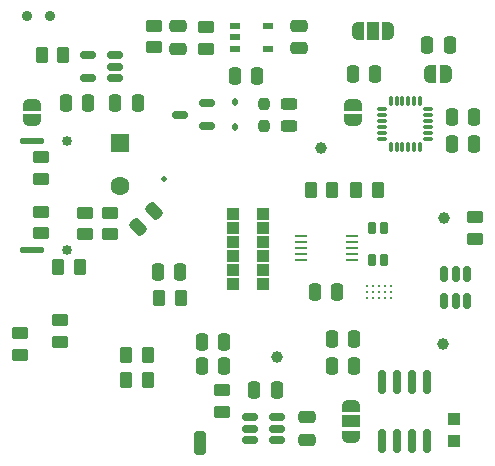
<source format=gbr>
%TF.GenerationSoftware,KiCad,Pcbnew,8.0.4*%
%TF.CreationDate,2024-09-26T12:10:35+10:00*%
%TF.ProjectId,OuchButtonV2,4f756368-4275-4747-946f-6e56322e6b69,rev?*%
%TF.SameCoordinates,Original*%
%TF.FileFunction,Soldermask,Bot*%
%TF.FilePolarity,Negative*%
%FSLAX46Y46*%
G04 Gerber Fmt 4.6, Leading zero omitted, Abs format (unit mm)*
G04 Created by KiCad (PCBNEW 8.0.4) date 2024-09-26 12:10:35*
%MOMM*%
%LPD*%
G01*
G04 APERTURE LIST*
G04 Aperture macros list*
%AMRoundRect*
0 Rectangle with rounded corners*
0 $1 Rounding radius*
0 $2 $3 $4 $5 $6 $7 $8 $9 X,Y pos of 4 corners*
0 Add a 4 corners polygon primitive as box body*
4,1,4,$2,$3,$4,$5,$6,$7,$8,$9,$2,$3,0*
0 Add four circle primitives for the rounded corners*
1,1,$1+$1,$2,$3*
1,1,$1+$1,$4,$5*
1,1,$1+$1,$6,$7*
1,1,$1+$1,$8,$9*
0 Add four rect primitives between the rounded corners*
20,1,$1+$1,$2,$3,$4,$5,0*
20,1,$1+$1,$4,$5,$6,$7,0*
20,1,$1+$1,$6,$7,$8,$9,0*
20,1,$1+$1,$8,$9,$2,$3,0*%
%AMFreePoly0*
4,1,19,0.500000,-0.750000,0.000000,-0.750000,0.000000,-0.744911,-0.071157,-0.744911,-0.207708,-0.704816,-0.327430,-0.627875,-0.420627,-0.520320,-0.479746,-0.390866,-0.500000,-0.250000,-0.500000,0.250000,-0.479746,0.390866,-0.420627,0.520320,-0.327430,0.627875,-0.207708,0.704816,-0.071157,0.744911,0.000000,0.744911,0.000000,0.750000,0.500000,0.750000,0.500000,-0.750000,0.500000,-0.750000,
$1*%
%AMFreePoly1*
4,1,19,0.000000,0.744911,0.071157,0.744911,0.207708,0.704816,0.327430,0.627875,0.420627,0.520320,0.479746,0.390866,0.500000,0.250000,0.500000,-0.250000,0.479746,-0.390866,0.420627,-0.520320,0.327430,-0.627875,0.207708,-0.704816,0.071157,-0.744911,0.000000,-0.744911,0.000000,-0.750000,-0.500000,-0.750000,-0.500000,0.750000,0.000000,0.750000,0.000000,0.744911,0.000000,0.744911,
$1*%
%AMFreePoly2*
4,1,19,0.550000,-0.750000,0.000000,-0.750000,0.000000,-0.744911,-0.071157,-0.744911,-0.207708,-0.704816,-0.327430,-0.627875,-0.420627,-0.520320,-0.479746,-0.390866,-0.500000,-0.250000,-0.500000,0.250000,-0.479746,0.390866,-0.420627,0.520320,-0.327430,0.627875,-0.207708,0.704816,-0.071157,0.744911,0.000000,0.744911,0.000000,0.750000,0.550000,0.750000,0.550000,-0.750000,0.550000,-0.750000,
$1*%
%AMFreePoly3*
4,1,19,0.000000,0.744911,0.071157,0.744911,0.207708,0.704816,0.327430,0.627875,0.420627,0.520320,0.479746,0.390866,0.500000,0.250000,0.500000,-0.250000,0.479746,-0.390866,0.420627,-0.520320,0.327430,-0.627875,0.207708,-0.704816,0.071157,-0.744911,0.000000,-0.744911,0.000000,-0.750000,-0.550000,-0.750000,-0.550000,0.750000,0.000000,0.750000,0.000000,0.744911,0.000000,0.744911,
$1*%
G04 Aperture macros list end*
%ADD10RoundRect,0.250000X-0.550000X0.550000X-0.550000X-0.550000X0.550000X-0.550000X0.550000X0.550000X0*%
%ADD11C,1.600000*%
%ADD12C,0.900000*%
%ADD13C,0.850000*%
%ADD14O,2.050000X0.550000*%
%ADD15C,0.500000*%
%ADD16RoundRect,0.250000X-0.250000X-0.475000X0.250000X-0.475000X0.250000X0.475000X-0.250000X0.475000X0*%
%ADD17RoundRect,0.075000X-0.350000X-0.075000X0.350000X-0.075000X0.350000X0.075000X-0.350000X0.075000X0*%
%ADD18RoundRect,0.075000X-0.075000X0.350000X-0.075000X-0.350000X0.075000X-0.350000X0.075000X0.350000X0*%
%ADD19FreePoly0,270.000000*%
%ADD20FreePoly1,270.000000*%
%ADD21RoundRect,0.250000X0.250000X0.750000X-0.250000X0.750000X-0.250000X-0.750000X0.250000X-0.750000X0*%
%ADD22RoundRect,0.112500X-0.112500X0.187500X-0.112500X-0.187500X0.112500X-0.187500X0.112500X0.187500X0*%
%ADD23FreePoly0,180.000000*%
%ADD24FreePoly1,180.000000*%
%ADD25RoundRect,0.237500X0.237500X-0.250000X0.237500X0.250000X-0.237500X0.250000X-0.237500X-0.250000X0*%
%ADD26RoundRect,0.250000X0.262500X0.450000X-0.262500X0.450000X-0.262500X-0.450000X0.262500X-0.450000X0*%
%ADD27C,1.000000*%
%ADD28RoundRect,0.250000X-0.450000X0.262500X-0.450000X-0.262500X0.450000X-0.262500X0.450000X0.262500X0*%
%ADD29RoundRect,0.150000X-0.512500X-0.150000X0.512500X-0.150000X0.512500X0.150000X-0.512500X0.150000X0*%
%ADD30RoundRect,0.250000X0.250000X0.475000X-0.250000X0.475000X-0.250000X-0.475000X0.250000X-0.475000X0*%
%ADD31RoundRect,0.250000X0.450000X-0.262500X0.450000X0.262500X-0.450000X0.262500X-0.450000X-0.262500X0*%
%ADD32RoundRect,0.150000X0.512500X0.150000X-0.512500X0.150000X-0.512500X-0.150000X0.512500X-0.150000X0*%
%ADD33RoundRect,0.150000X0.150000X-0.825000X0.150000X0.825000X-0.150000X0.825000X-0.150000X-0.825000X0*%
%ADD34C,0.250000*%
%ADD35FreePoly2,90.000000*%
%ADD36R,1.500000X1.000000*%
%ADD37FreePoly3,90.000000*%
%ADD38RoundRect,0.150000X-0.150000X0.512500X-0.150000X-0.512500X0.150000X-0.512500X0.150000X0.512500X0*%
%ADD39RoundRect,0.250000X0.475000X-0.250000X0.475000X0.250000X-0.475000X0.250000X-0.475000X-0.250000X0*%
%ADD40RoundRect,0.120000X-0.180000X0.430000X-0.180000X-0.430000X0.180000X-0.430000X0.180000X0.430000X0*%
%ADD41RoundRect,0.250000X0.159099X-0.512652X0.512652X-0.159099X-0.159099X0.512652X-0.512652X0.159099X0*%
%ADD42FreePoly2,0.000000*%
%ADD43R,1.000000X1.500000*%
%ADD44FreePoly3,0.000000*%
%ADD45RoundRect,0.250000X-0.262500X-0.450000X0.262500X-0.450000X0.262500X0.450000X-0.262500X0.450000X0*%
%ADD46R,0.952500X0.558800*%
%ADD47R,1.100000X1.050000*%
%ADD48RoundRect,0.250000X-0.475000X0.250000X-0.475000X-0.250000X0.475000X-0.250000X0.475000X0.250000X0*%
%ADD49R,1.092200X0.990600*%
%ADD50R,1.100000X0.250000*%
%ADD51RoundRect,0.243750X0.456250X-0.243750X0.456250X0.243750X-0.456250X0.243750X-0.456250X-0.243750X0*%
G04 APERTURE END LIST*
D10*
%TO.C,J_BATT1*%
X83150000Y-82775000D03*
D11*
X83150000Y-86375000D03*
%TD*%
D12*
%TO.C,S1*%
X77225000Y-72050000D03*
X75275000Y-72050000D03*
%TD*%
D13*
%TO.C,J1*%
X78690000Y-82605000D03*
D14*
X75710000Y-82605000D03*
D13*
X78690000Y-91795000D03*
D14*
X75710000Y-91795000D03*
%TD*%
D15*
%TO.C,MK1*%
X86870000Y-85850000D03*
%TD*%
D16*
%TO.C,C8*%
X111250000Y-80600000D03*
X113150000Y-80600000D03*
%TD*%
D17*
%TO.C,U4*%
X105375000Y-82400000D03*
X105375000Y-81900000D03*
X105375000Y-81400000D03*
X105375000Y-80900000D03*
X105375000Y-80400000D03*
X105375000Y-79900000D03*
D18*
X106075000Y-79200000D03*
X106575000Y-79200000D03*
X107075000Y-79200000D03*
X107575000Y-79200000D03*
X108075000Y-79200000D03*
X108575000Y-79200000D03*
D17*
X109275000Y-79900000D03*
X109275000Y-80400000D03*
X109275000Y-80900000D03*
X109275000Y-81400000D03*
X109275000Y-81900000D03*
X109275000Y-82400000D03*
D18*
X108575000Y-83100000D03*
X108075000Y-83100000D03*
X107575000Y-83100000D03*
X107075000Y-83100000D03*
X106575000Y-83100000D03*
X106075000Y-83100000D03*
%TD*%
D19*
%TO.C,SHLD1*%
X75700000Y-79550000D03*
D20*
X75700000Y-80850000D03*
%TD*%
D21*
%TO.C,J3*%
X89900000Y-108180000D03*
%TD*%
D22*
%TO.C,D1*%
X92900000Y-79337500D03*
X92900000Y-81437500D03*
%TD*%
D23*
%TO.C,JP5*%
X110750000Y-76950000D03*
D24*
X109450000Y-76950000D03*
%TD*%
D25*
%TO.C,R21*%
X95375000Y-81325000D03*
X95375000Y-79500000D03*
%TD*%
D26*
%TO.C,R13*%
X79775000Y-93250000D03*
X77950000Y-93250000D03*
%TD*%
D27*
%TO.C,TP4*%
X96475000Y-100875000D03*
%TD*%
D28*
%TO.C,R1*%
X76450000Y-88600000D03*
X76450000Y-90425000D03*
%TD*%
D29*
%TO.C,U6*%
X94150000Y-107900000D03*
X94150000Y-106950000D03*
X94150000Y-106000000D03*
X96425000Y-106000000D03*
X96425000Y-106950000D03*
X96425000Y-107900000D03*
%TD*%
D30*
%TO.C,C15*%
X101550000Y-95375000D03*
X99650000Y-95375000D03*
%TD*%
D31*
%TO.C,R6*%
X82275000Y-90500000D03*
X82275000Y-88675000D03*
%TD*%
D27*
%TO.C,TP2*%
X110570000Y-89150000D03*
%TD*%
D28*
%TO.C,R3*%
X90425000Y-72950000D03*
X90425000Y-74775000D03*
%TD*%
D32*
%TO.C,U3*%
X82750000Y-75350000D03*
X82750000Y-76300000D03*
X82750000Y-77250000D03*
X80475000Y-77250000D03*
X80475000Y-75350000D03*
%TD*%
D19*
%TO.C,JP4*%
X102850000Y-79550000D03*
D20*
X102850000Y-80850000D03*
%TD*%
D30*
%TO.C,C9*%
X104775000Y-76925000D03*
X102875000Y-76925000D03*
%TD*%
D33*
%TO.C,U5*%
X109140000Y-108000000D03*
X107870000Y-108000000D03*
X106600000Y-108000000D03*
X105330000Y-108000000D03*
X105330000Y-103050000D03*
X106600000Y-103050000D03*
X107870000Y-103050000D03*
X109140000Y-103050000D03*
%TD*%
D34*
%TO.C,U8*%
X104075000Y-94875000D03*
X104075000Y-95375000D03*
X104075000Y-95875000D03*
X104575000Y-94875000D03*
X104575000Y-95375000D03*
X104575000Y-95875000D03*
X105075000Y-94875000D03*
X105075000Y-95375000D03*
X105075000Y-95875000D03*
X105575000Y-94875000D03*
X105575000Y-95375000D03*
X105575000Y-95875000D03*
X106075000Y-94875000D03*
X106075000Y-95375000D03*
X106075000Y-95875000D03*
%TD*%
D35*
%TO.C,JP8*%
X102700000Y-107650000D03*
D36*
X102700000Y-106350000D03*
D37*
X102700000Y-105050000D03*
%TD*%
D38*
%TO.C,U9*%
X110620000Y-93860000D03*
X111570000Y-93860000D03*
X112520000Y-93860000D03*
X112520000Y-96135000D03*
X111570000Y-96135000D03*
X110620000Y-96135000D03*
%TD*%
D39*
%TO.C,C1*%
X98350000Y-74754600D03*
X98350000Y-72854600D03*
%TD*%
D40*
%TO.C,FL1*%
X104475000Y-89950000D03*
X104475000Y-92650000D03*
X105475000Y-92650000D03*
X105475000Y-89950000D03*
%TD*%
D30*
%TO.C,C10*%
X88275000Y-93675000D03*
X86375000Y-93675000D03*
%TD*%
D26*
%TO.C,R10*%
X101150000Y-86725000D03*
X99325000Y-86725000D03*
%TD*%
D41*
%TO.C,C4*%
X84656498Y-89843502D03*
X86000000Y-88500000D03*
%TD*%
D31*
%TO.C,R12*%
X74700000Y-100712500D03*
X74700000Y-98887500D03*
%TD*%
D28*
%TO.C,R18*%
X78100000Y-97767500D03*
X78100000Y-99592500D03*
%TD*%
D42*
%TO.C,JP3*%
X103275000Y-73275000D03*
D43*
X104575000Y-73275000D03*
D44*
X105875000Y-73275000D03*
%TD*%
D30*
%TO.C,C2*%
X80475000Y-79350000D03*
X78575000Y-79350000D03*
%TD*%
D28*
%TO.C,R4*%
X86010000Y-72835000D03*
X86010000Y-74660000D03*
%TD*%
D16*
%TO.C,C18*%
X90100000Y-101675000D03*
X92000000Y-101675000D03*
%TD*%
D45*
%TO.C,R11*%
X86475000Y-95870000D03*
X88300000Y-95870000D03*
%TD*%
D27*
%TO.C,TP1*%
X110475000Y-99775000D03*
%TD*%
D31*
%TO.C,R2*%
X76450000Y-85800000D03*
X76450000Y-83975000D03*
%TD*%
D26*
%TO.C,R15*%
X85500000Y-102880000D03*
X83675000Y-102880000D03*
%TD*%
D46*
%TO.C,U2*%
X92900000Y-74775000D03*
X92900000Y-73835200D03*
X92900000Y-72895400D03*
X95655900Y-72895400D03*
X95655900Y-74775000D03*
%TD*%
D28*
%TO.C,R17*%
X113190000Y-89050000D03*
X113190000Y-90875000D03*
%TD*%
D47*
%TO.C,Y1*%
X111400000Y-108000000D03*
X111400000Y-106150000D03*
%TD*%
D16*
%TO.C,C7*%
X111275000Y-82850000D03*
X113175000Y-82850000D03*
%TD*%
%TO.C,C6*%
X109175000Y-74450000D03*
X111075000Y-74450000D03*
%TD*%
D39*
%TO.C,R8*%
X88050000Y-74775000D03*
X88050000Y-72875000D03*
%TD*%
D16*
%TO.C,C17*%
X90100000Y-99625000D03*
X92000000Y-99625000D03*
%TD*%
D48*
%TO.C,C12*%
X99000000Y-106000000D03*
X99000000Y-107900000D03*
%TD*%
D16*
%TO.C,C11*%
X94525000Y-103700000D03*
X96425000Y-103700000D03*
%TD*%
%TO.C,C5*%
X92900000Y-77075000D03*
X94800000Y-77075000D03*
%TD*%
D49*
%TO.C,LED1*%
X95232300Y-88750001D03*
X95232300Y-89950001D03*
X95232300Y-91150001D03*
X95232300Y-92350001D03*
X95232300Y-93550001D03*
X95232300Y-94750002D03*
X92717700Y-94749999D03*
X92717700Y-93549999D03*
X92717700Y-92349999D03*
X92717700Y-91149999D03*
X92717700Y-89949999D03*
X92717700Y-88749998D03*
%TD*%
D16*
%TO.C,C3*%
X82750000Y-79350000D03*
X84650000Y-79350000D03*
%TD*%
D50*
%TO.C,U7*%
X102775000Y-90650000D03*
X102775000Y-91150000D03*
X102775000Y-91650000D03*
X102775000Y-92150000D03*
X102775000Y-92650000D03*
X98475000Y-92650000D03*
X98475000Y-92150000D03*
X98475000Y-91650000D03*
X98475000Y-91150000D03*
X98475000Y-90650000D03*
%TD*%
D26*
%TO.C,R5*%
X78375000Y-75350000D03*
X76550000Y-75350000D03*
%TD*%
D51*
%TO.C,D2*%
X97500000Y-81375000D03*
X97500000Y-79500000D03*
%TD*%
D31*
%TO.C,R14*%
X91800000Y-105525000D03*
X91800000Y-103700000D03*
%TD*%
D27*
%TO.C,TP3*%
X100150000Y-83200000D03*
%TD*%
D45*
%TO.C,R16*%
X83705000Y-100740000D03*
X85530000Y-100740000D03*
%TD*%
D28*
%TO.C,R7*%
X80225000Y-88675000D03*
X80225000Y-90500000D03*
%TD*%
D32*
%TO.C,Q1*%
X90525000Y-79425000D03*
X90525000Y-81325000D03*
X88250000Y-80375000D03*
%TD*%
D30*
%TO.C,C14*%
X103000000Y-101625000D03*
X101100000Y-101625000D03*
%TD*%
D45*
%TO.C,R9*%
X103150000Y-86725000D03*
X104975000Y-86725000D03*
%TD*%
D30*
%TO.C,C13*%
X103000000Y-99340000D03*
X101100000Y-99340000D03*
%TD*%
M02*

</source>
